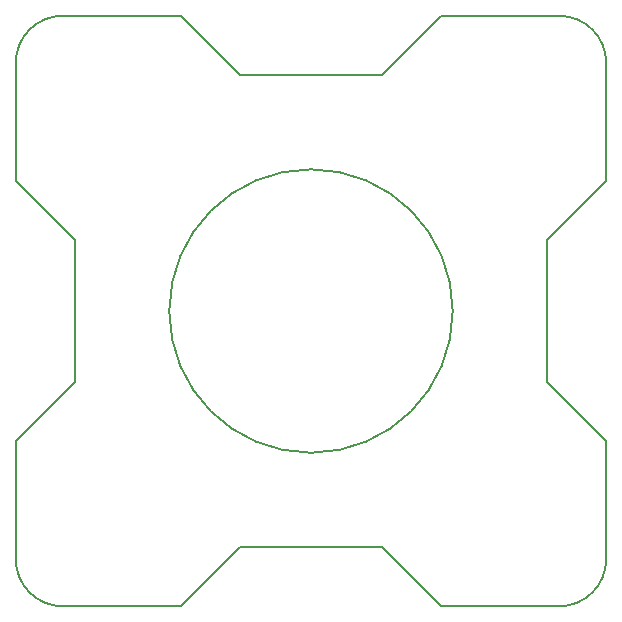
<source format=gm1>
G04 #@! TF.GenerationSoftware,KiCad,Pcbnew,(5.99.0-492-g30da2b31e)*
G04 #@! TF.CreationDate,2019-12-11T09:51:52+01:00*
G04 #@! TF.ProjectId,LED_Panel_Flat,4c45445f-5061-46e6-956c-5f466c61742e,rev?*
G04 #@! TF.SameCoordinates,Original*
G04 #@! TF.FileFunction,Profile,NP*
%FSLAX46Y46*%
G04 Gerber Fmt 4.6, Leading zero omitted, Abs format (unit mm)*
G04 Created by KiCad (PCBNEW (5.99.0-492-g30da2b31e)) date 2019-12-11 09:51:52*
%MOMM*%
%LPD*%
G04 APERTURE LIST*
%ADD10C,0.150000*%
G04 APERTURE END LIST*
D10*
X151000000Y-92000000D02*
G75*
G03X151000000Y-92000000I-12000000J0D01*
G01*
X114000000Y-71000000D02*
G75*
G02X118000000Y-67000000I4000000J0D01*
G01*
X160000000Y-67000000D02*
G75*
G02X164000000Y-71000000I0J-4000000D01*
G01*
X118000000Y-117000000D02*
G75*
G02X114000000Y-113000000I0J4000000D01*
G01*
X164000000Y-113000000D02*
G75*
G02X160000000Y-117000000I-4000000J0D01*
G01*
X164000000Y-103000000D02*
X164000000Y-113000000D01*
X159000000Y-98000000D02*
X164000000Y-103000000D01*
X159000000Y-86000000D02*
X159000000Y-98000000D01*
X164000000Y-81000000D02*
X159000000Y-86000000D01*
X164000000Y-71000000D02*
X164000000Y-81000000D01*
X150000000Y-67000000D02*
X160000000Y-67000000D01*
X145000000Y-72000000D02*
X150000000Y-67000000D01*
X133000000Y-72000000D02*
X145000000Y-72000000D01*
X128000000Y-67000000D02*
X133000000Y-72000000D01*
X118000000Y-67000000D02*
X128000000Y-67000000D01*
X114000000Y-81000000D02*
X114000000Y-71000000D01*
X119000000Y-86000000D02*
X114000000Y-81000000D01*
X119000000Y-98000000D02*
X119000000Y-86000000D01*
X114000000Y-103000000D02*
X119000000Y-98000000D01*
X114000000Y-113000000D02*
X114000000Y-103000000D01*
X150000000Y-117000000D02*
X160000000Y-117000000D01*
X145000000Y-112000000D02*
X150000000Y-117000000D01*
X133000000Y-112000000D02*
X145000000Y-112000000D01*
X128000000Y-117000000D02*
X133000000Y-112000000D01*
X118000000Y-117000000D02*
X128000000Y-117000000D01*
M02*

</source>
